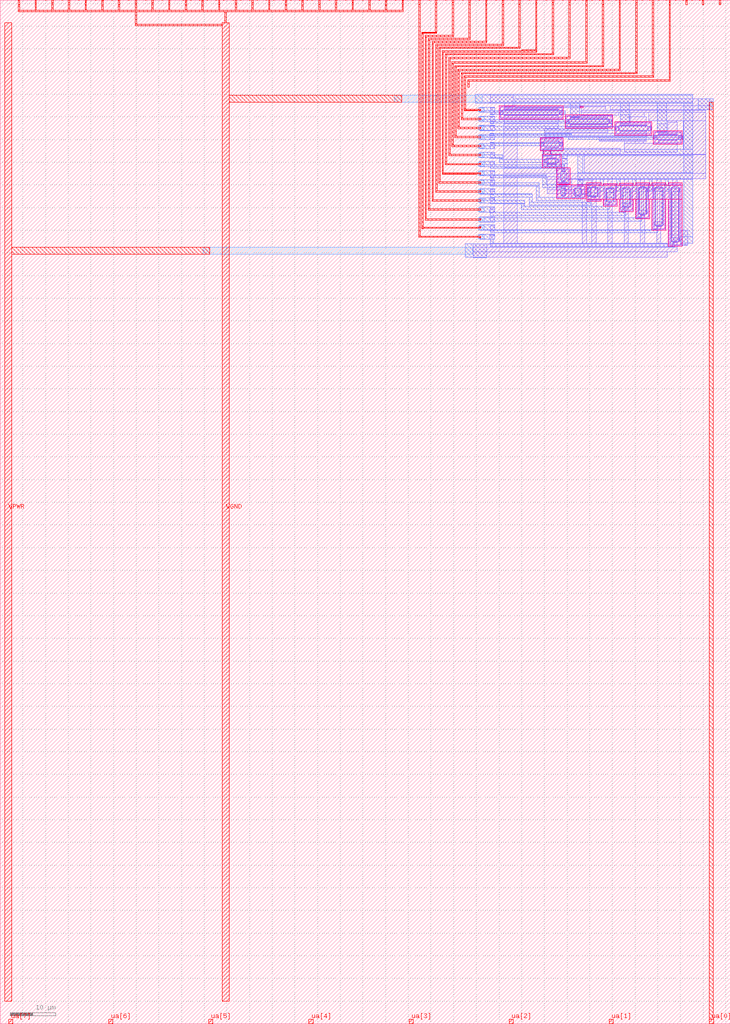
<source format=lef>
MACRO tt_um_rejunity_analog_dac_ay8913
  CLASS BLOCK ;
  FOREIGN tt_um_rejunity_analog_dac_ay8913 ;
  ORIGIN 0.000 0.000 ;
  SIZE 161.000 BY 225.760 ;
  PIN clk
    DIRECTION INPUT ;
    USE SIGNAL ;
    PORT
      LAYER met4 ;
        RECT 154.870 224.760 155.170 225.760 ;
    END
  END clk
  PIN ena
    DIRECTION INPUT ;
    USE SIGNAL ;
    PORT
      LAYER met4 ;
        RECT 158.550 224.760 158.850 225.760 ;
    END
  END ena
  PIN rst_n
    DIRECTION INPUT ;
    USE SIGNAL ;
    PORT
      LAYER met4 ;
        RECT 151.190 224.760 151.490 225.760 ;
    END
  END rst_n
  PIN ua[0]
    DIRECTION INOUT ;
    USE SIGNAL ;
    ANTENNADIFFAREA 13.148600 ;
    PORT
      LAYER met4 ;
        RECT 156.410 0.000 157.310 1.000 ;
    END
  END ua[0]
  PIN ua[1]
    DIRECTION INOUT ;
    USE SIGNAL ;
    PORT
      LAYER met4 ;
        RECT 134.330 0.000 135.230 1.000 ;
    END
  END ua[1]
  PIN ua[2]
    DIRECTION INOUT ;
    USE SIGNAL ;
    PORT
      LAYER met4 ;
        RECT 112.250 0.000 113.150 1.000 ;
    END
  END ua[2]
  PIN ua[3]
    DIRECTION INOUT ;
    USE SIGNAL ;
    PORT
      LAYER met4 ;
        RECT 90.170 0.000 91.070 1.000 ;
    END
  END ua[3]
  PIN ua[4]
    DIRECTION INOUT ;
    USE SIGNAL ;
    PORT
      LAYER met4 ;
        RECT 68.090 0.000 68.990 1.000 ;
    END
  END ua[4]
  PIN ua[5]
    DIRECTION INOUT ;
    USE SIGNAL ;
    PORT
      LAYER met4 ;
        RECT 46.010 0.000 46.910 1.000 ;
    END
  END ua[5]
  PIN ua[6]
    DIRECTION INOUT ;
    USE SIGNAL ;
    PORT
      LAYER met4 ;
        RECT 23.930 0.000 24.830 1.000 ;
    END
  END ua[6]
  PIN ua[7]
    DIRECTION INOUT ;
    USE SIGNAL ;
    PORT
      LAYER met4 ;
        RECT 1.850 0.000 2.750 1.000 ;
    END
  END ua[7]
  PIN ui_in[0]
    DIRECTION INPUT ;
    USE SIGNAL ;
    PORT
      LAYER met4 ;
        RECT 147.510 224.760 147.810 225.760 ;
    END
  END ui_in[0]
  PIN ui_in[1]
    DIRECTION INPUT ;
    USE SIGNAL ;
    ANTENNAGATEAREA 12.000000 ;
    PORT
      LAYER met4 ;
        RECT 143.830 224.760 144.130 225.760 ;
    END
  END ui_in[1]
  PIN ui_in[2]
    DIRECTION INPUT ;
    USE SIGNAL ;
    ANTENNAGATEAREA 8.480000 ;
    PORT
      LAYER met4 ;
        RECT 140.150 224.760 140.450 225.760 ;
    END
  END ui_in[2]
  PIN ui_in[3]
    DIRECTION INPUT ;
    USE SIGNAL ;
    ANTENNAGATEAREA 6.000000 ;
    PORT
      LAYER met4 ;
        RECT 136.470 224.760 136.770 225.760 ;
    END
  END ui_in[3]
  PIN ui_in[4]
    DIRECTION INPUT ;
    USE SIGNAL ;
    ANTENNAGATEAREA 4.240000 ;
    PORT
      LAYER met4 ;
        RECT 132.790 224.760 133.090 225.760 ;
    END
  END ui_in[4]
  PIN ui_in[5]
    DIRECTION INPUT ;
    USE SIGNAL ;
    ANTENNAGATEAREA 3.000000 ;
    PORT
      LAYER met4 ;
        RECT 129.110 224.760 129.410 225.760 ;
    END
  END ui_in[5]
  PIN ui_in[6]
    DIRECTION INPUT ;
    USE SIGNAL ;
    ANTENNAGATEAREA 2.120000 ;
    PORT
      LAYER met4 ;
        RECT 125.430 224.760 125.730 225.760 ;
    END
  END ui_in[6]
  PIN ui_in[7]
    DIRECTION INPUT ;
    USE SIGNAL ;
    ANTENNAGATEAREA 1.500000 ;
    PORT
      LAYER met4 ;
        RECT 121.750 224.760 122.050 225.760 ;
    END
  END ui_in[7]
  PIN uio_in[0]
    DIRECTION INPUT ;
    USE SIGNAL ;
    ANTENNAGATEAREA 1.000000 ;
    PORT
      LAYER met4 ;
        RECT 118.070 224.760 118.370 225.760 ;
    END
  END uio_in[0]
  PIN uio_in[1]
    DIRECTION INPUT ;
    USE SIGNAL ;
    ANTENNAGATEAREA 1.500000 ;
    PORT
      LAYER met4 ;
        RECT 114.390 224.760 114.690 225.760 ;
    END
  END uio_in[1]
  PIN uio_in[2]
    DIRECTION INPUT ;
    USE SIGNAL ;
    ANTENNAGATEAREA 2.120000 ;
    PORT
      LAYER met4 ;
        RECT 110.710 224.760 111.010 225.760 ;
    END
  END uio_in[2]
  PIN uio_in[3]
    DIRECTION INPUT ;
    USE SIGNAL ;
    ANTENNAGATEAREA 3.000000 ;
    PORT
      LAYER met4 ;
        RECT 107.030 224.760 107.330 225.760 ;
    END
  END uio_in[3]
  PIN uio_in[4]
    DIRECTION INPUT ;
    USE SIGNAL ;
    ANTENNAGATEAREA 4.240000 ;
    PORT
      LAYER met4 ;
        RECT 103.350 224.760 103.650 225.760 ;
    END
  END uio_in[4]
  PIN uio_in[5]
    DIRECTION INPUT ;
    USE SIGNAL ;
    ANTENNAGATEAREA 6.000000 ;
    PORT
      LAYER met4 ;
        RECT 99.670 224.760 99.970 225.760 ;
    END
  END uio_in[5]
  PIN uio_in[6]
    DIRECTION INPUT ;
    USE SIGNAL ;
    ANTENNAGATEAREA 8.480000 ;
    PORT
      LAYER met4 ;
        RECT 95.990 224.760 96.290 225.760 ;
    END
  END uio_in[6]
  PIN uio_in[7]
    DIRECTION INPUT ;
    USE SIGNAL ;
    ANTENNAGATEAREA 12.000000 ;
    PORT
      LAYER met4 ;
        RECT 92.310 224.760 92.610 225.760 ;
    END
  END uio_in[7]
  PIN uio_oe[0]
    DIRECTION OUTPUT ;
    USE SIGNAL ;
    ANTENNADIFFAREA 46.131199 ;
    PORT
      LAYER met4 ;
        RECT 29.750 224.760 30.050 225.760 ;
    END
  END uio_oe[0]
  PIN uio_oe[1]
    DIRECTION OUTPUT ;
    USE SIGNAL ;
    ANTENNADIFFAREA 46.131199 ;
    PORT
      LAYER met4 ;
        RECT 26.070 224.760 26.370 225.760 ;
    END
  END uio_oe[1]
  PIN uio_oe[2]
    DIRECTION OUTPUT ;
    USE SIGNAL ;
    ANTENNADIFFAREA 46.131199 ;
    PORT
      LAYER met4 ;
        RECT 22.390 224.760 22.690 225.760 ;
    END
  END uio_oe[2]
  PIN uio_oe[3]
    DIRECTION OUTPUT ;
    USE SIGNAL ;
    ANTENNADIFFAREA 46.131199 ;
    PORT
      LAYER met4 ;
        RECT 18.710 224.760 19.010 225.760 ;
    END
  END uio_oe[3]
  PIN uio_oe[4]
    DIRECTION OUTPUT ;
    USE SIGNAL ;
    ANTENNADIFFAREA 46.131199 ;
    PORT
      LAYER met4 ;
        RECT 15.030 224.760 15.330 225.760 ;
    END
  END uio_oe[4]
  PIN uio_oe[5]
    DIRECTION OUTPUT ;
    USE SIGNAL ;
    ANTENNADIFFAREA 46.131199 ;
    PORT
      LAYER met4 ;
        RECT 11.350 224.760 11.650 225.760 ;
    END
  END uio_oe[5]
  PIN uio_oe[6]
    DIRECTION OUTPUT ;
    USE SIGNAL ;
    ANTENNADIFFAREA 46.131199 ;
    PORT
      LAYER met4 ;
        RECT 7.670 224.760 7.970 225.760 ;
    END
  END uio_oe[6]
  PIN uio_oe[7]
    DIRECTION OUTPUT ;
    USE SIGNAL ;
    ANTENNADIFFAREA 46.131199 ;
    PORT
      LAYER met4 ;
        RECT 3.990 224.760 4.290 225.760 ;
    END
  END uio_oe[7]
  PIN uio_out[0]
    DIRECTION OUTPUT ;
    USE SIGNAL ;
    ANTENNADIFFAREA 46.131199 ;
    PORT
      LAYER met4 ;
        RECT 59.190 224.760 59.490 225.760 ;
    END
  END uio_out[0]
  PIN uio_out[1]
    DIRECTION OUTPUT ;
    USE SIGNAL ;
    ANTENNADIFFAREA 46.131199 ;
    PORT
      LAYER met4 ;
        RECT 55.510 224.760 55.810 225.760 ;
    END
  END uio_out[1]
  PIN uio_out[2]
    DIRECTION OUTPUT ;
    USE SIGNAL ;
    ANTENNADIFFAREA 46.131199 ;
    PORT
      LAYER met4 ;
        RECT 51.830 224.760 52.130 225.760 ;
    END
  END uio_out[2]
  PIN uio_out[3]
    DIRECTION OUTPUT ;
    USE SIGNAL ;
    ANTENNADIFFAREA 46.131199 ;
    PORT
      LAYER met4 ;
        RECT 48.150 224.760 48.450 225.760 ;
    END
  END uio_out[3]
  PIN uio_out[4]
    DIRECTION OUTPUT ;
    USE SIGNAL ;
    ANTENNADIFFAREA 46.131199 ;
    PORT
      LAYER met4 ;
        RECT 44.470 224.760 44.770 225.760 ;
    END
  END uio_out[4]
  PIN uio_out[5]
    DIRECTION OUTPUT ;
    USE SIGNAL ;
    ANTENNADIFFAREA 46.131199 ;
    PORT
      LAYER met4 ;
        RECT 40.790 224.760 41.090 225.760 ;
    END
  END uio_out[5]
  PIN uio_out[6]
    DIRECTION OUTPUT ;
    USE SIGNAL ;
    ANTENNADIFFAREA 46.131199 ;
    PORT
      LAYER met4 ;
        RECT 37.110 224.760 37.410 225.760 ;
    END
  END uio_out[6]
  PIN uio_out[7]
    DIRECTION OUTPUT ;
    USE SIGNAL ;
    ANTENNADIFFAREA 46.131199 ;
    PORT
      LAYER met4 ;
        RECT 33.430 224.760 33.730 225.760 ;
    END
  END uio_out[7]
  PIN uo_out[0]
    DIRECTION OUTPUT ;
    USE SIGNAL ;
    ANTENNADIFFAREA 46.131199 ;
    PORT
      LAYER met4 ;
        RECT 88.630 224.760 88.930 225.760 ;
    END
  END uo_out[0]
  PIN uo_out[1]
    DIRECTION OUTPUT ;
    USE SIGNAL ;
    ANTENNADIFFAREA 46.131199 ;
    PORT
      LAYER met4 ;
        RECT 84.950 224.760 85.250 225.760 ;
    END
  END uo_out[1]
  PIN uo_out[2]
    DIRECTION OUTPUT ;
    USE SIGNAL ;
    ANTENNADIFFAREA 46.131199 ;
    PORT
      LAYER met4 ;
        RECT 81.270 224.760 81.570 225.760 ;
    END
  END uo_out[2]
  PIN uo_out[3]
    DIRECTION OUTPUT ;
    USE SIGNAL ;
    ANTENNADIFFAREA 46.131199 ;
    PORT
      LAYER met4 ;
        RECT 77.590 224.760 77.890 225.760 ;
    END
  END uo_out[3]
  PIN uo_out[4]
    DIRECTION OUTPUT ;
    USE SIGNAL ;
    ANTENNADIFFAREA 46.131199 ;
    PORT
      LAYER met4 ;
        RECT 73.910 224.760 74.210 225.760 ;
    END
  END uo_out[4]
  PIN uo_out[5]
    DIRECTION OUTPUT ;
    USE SIGNAL ;
    ANTENNADIFFAREA 46.131199 ;
    PORT
      LAYER met4 ;
        RECT 70.230 224.760 70.530 225.760 ;
    END
  END uo_out[5]
  PIN uo_out[6]
    DIRECTION OUTPUT ;
    USE SIGNAL ;
    ANTENNADIFFAREA 46.131199 ;
    PORT
      LAYER met4 ;
        RECT 66.550 224.760 66.850 225.760 ;
    END
  END uo_out[6]
  PIN uo_out[7]
    DIRECTION OUTPUT ;
    USE SIGNAL ;
    ANTENNADIFFAREA 46.131199 ;
    PORT
      LAYER met4 ;
        RECT 62.870 224.760 63.170 225.760 ;
    END
  END uo_out[7]
  PIN VPWR
    DIRECTION INOUT ;
    USE POWER ;
    PORT
      LAYER met4 ;
        RECT 1.000 5.000 2.500 220.760 ;
    END
  END VPWR
  PIN VGND
    DIRECTION INOUT ;
    USE GROUND ;
    PORT
      LAYER met4 ;
        RECT 49.000 5.000 50.500 220.760 ;
    END
  END VGND
  OBS
      LAYER pwell ;
        RECT 110.055 199.500 124.155 202.460 ;
        RECT 127.955 202.000 128.555 202.300 ;
        RECT 124.555 197.500 135.135 200.460 ;
        RECT 135.555 196.000 143.655 198.960 ;
        RECT 119.055 192.500 124.155 195.460 ;
        RECT 144.055 194.000 150.395 196.960 ;
        RECT 119.905 191.760 121.355 192.500 ;
        RECT 119.505 188.800 123.725 191.760 ;
        RECT 122.705 185.150 125.665 188.750 ;
        RECT 122.705 181.950 129.115 185.050 ;
        RECT 129.405 184.930 132.505 185.480 ;
        RECT 132.955 184.930 136.055 185.310 ;
        RECT 136.535 184.930 139.635 185.340 ;
        RECT 140.115 184.930 143.215 185.470 ;
        RECT 143.695 184.930 146.795 185.450 ;
        RECT 147.275 184.930 150.375 185.440 ;
        RECT 129.405 181.860 150.375 184.930 ;
        RECT 129.405 181.400 132.505 181.860 ;
        RECT 132.955 180.350 136.055 181.860 ;
        RECT 136.535 179.140 139.635 181.860 ;
        RECT 140.115 177.510 143.215 181.860 ;
        RECT 143.695 175.010 146.795 181.860 ;
        RECT 147.275 171.480 150.375 181.860 ;
      LAYER li1 ;
        RECT 111.255 202.280 113.055 202.300 ;
        RECT 110.235 202.110 123.975 202.280 ;
        RECT 110.235 199.850 110.405 202.110 ;
        RECT 111.255 202.100 113.055 202.110 ;
        RECT 111.085 201.540 123.125 201.710 ;
        RECT 110.745 200.480 110.915 201.480 ;
        RECT 123.295 200.480 123.465 201.480 ;
        RECT 111.085 200.250 123.125 200.420 ;
        RECT 123.805 199.850 123.975 202.110 ;
        RECT 125.855 200.280 127.655 200.300 ;
        RECT 110.235 199.680 123.975 199.850 ;
        RECT 124.735 200.110 134.955 200.280 ;
        RECT 124.735 197.850 124.905 200.110 ;
        RECT 125.855 200.100 127.655 200.110 ;
        RECT 125.585 199.540 134.105 199.710 ;
        RECT 125.245 198.480 125.415 199.480 ;
        RECT 134.275 198.480 134.445 199.480 ;
        RECT 125.585 198.250 134.105 198.420 ;
        RECT 134.785 197.850 134.955 200.110 ;
        RECT 136.855 198.780 138.755 198.800 ;
        RECT 124.735 197.680 134.955 197.850 ;
        RECT 135.735 198.610 143.475 198.780 ;
        RECT 135.735 196.350 135.905 198.610 ;
        RECT 136.855 198.600 138.755 198.610 ;
        RECT 136.585 198.040 142.625 198.210 ;
        RECT 136.245 196.980 136.415 197.980 ;
        RECT 142.795 196.980 142.965 197.980 ;
        RECT 136.585 196.750 142.625 196.920 ;
        RECT 143.305 196.350 143.475 198.610 ;
        RECT 145.055 196.780 146.855 196.800 ;
        RECT 135.735 196.180 143.475 196.350 ;
        RECT 144.235 196.610 150.215 196.780 ;
        RECT 119.235 195.110 123.975 195.280 ;
        RECT 119.235 192.850 119.405 195.110 ;
        RECT 120.085 194.540 123.125 194.710 ;
        RECT 119.745 193.480 119.915 194.480 ;
        RECT 123.295 193.480 123.465 194.480 ;
        RECT 120.085 193.250 123.125 193.420 ;
        RECT 123.805 192.850 123.975 195.110 ;
        RECT 144.235 194.350 144.405 196.610 ;
        RECT 145.055 196.600 146.855 196.610 ;
        RECT 145.085 196.040 149.365 196.210 ;
        RECT 144.745 194.980 144.915 195.980 ;
        RECT 149.535 194.980 149.705 195.980 ;
        RECT 145.085 194.750 149.365 194.920 ;
        RECT 150.045 194.350 150.215 196.610 ;
        RECT 144.235 194.180 150.215 194.350 ;
        RECT 119.235 192.680 123.975 192.850 ;
        RECT 119.755 192.650 121.305 192.680 ;
        RECT 120.155 191.580 121.305 191.600 ;
        RECT 119.685 191.410 123.545 191.580 ;
        RECT 119.685 189.150 119.855 191.410 ;
        RECT 120.155 191.400 121.305 191.410 ;
        RECT 120.535 190.840 122.695 191.010 ;
        RECT 120.195 189.780 120.365 190.780 ;
        RECT 122.865 189.780 123.035 190.780 ;
        RECT 120.535 189.550 122.695 189.720 ;
        RECT 123.375 189.150 123.545 191.410 ;
        RECT 119.685 188.980 123.545 189.150 ;
        RECT 123.905 188.570 124.955 188.600 ;
        RECT 122.885 188.400 125.485 188.570 ;
        RECT 122.885 185.500 123.055 188.400 ;
        RECT 123.685 187.890 124.685 188.060 ;
        RECT 123.455 186.180 123.625 187.720 ;
        RECT 124.745 186.180 124.915 187.720 ;
        RECT 123.685 185.840 124.685 186.010 ;
        RECT 125.315 185.500 125.485 188.400 ;
        RECT 122.885 185.330 125.485 185.500 ;
        RECT 123.405 185.300 124.955 185.330 ;
        RECT 129.585 185.130 132.325 185.300 ;
        RECT 123.405 184.870 124.955 184.900 ;
        RECT 127.355 184.870 128.455 184.950 ;
        RECT 122.885 184.700 125.485 184.870 ;
        RECT 122.885 182.300 123.055 184.700 ;
        RECT 123.685 184.190 124.685 184.360 ;
        RECT 123.455 182.980 123.625 184.020 ;
        RECT 124.745 182.980 124.915 184.020 ;
        RECT 123.685 182.640 124.685 182.810 ;
        RECT 125.315 182.300 125.485 184.700 ;
        RECT 122.885 182.130 125.485 182.300 ;
        RECT 125.835 184.700 128.935 184.870 ;
        RECT 129.585 184.850 129.755 185.130 ;
        RECT 129.955 185.050 130.405 185.130 ;
        RECT 125.835 182.300 126.005 184.700 ;
        RECT 126.635 184.190 128.135 184.360 ;
        RECT 126.405 182.980 126.575 184.020 ;
        RECT 128.195 182.980 128.365 184.020 ;
        RECT 126.635 182.640 128.135 182.810 ;
        RECT 128.765 182.300 128.935 184.700 ;
        RECT 129.505 184.450 129.755 184.850 ;
        RECT 130.435 184.560 131.475 184.730 ;
        RECT 125.835 182.130 128.935 182.300 ;
        RECT 129.585 181.750 129.755 184.450 ;
        RECT 130.095 182.380 130.265 184.500 ;
        RECT 131.645 182.380 131.815 184.500 ;
        RECT 130.435 182.150 131.475 182.320 ;
        RECT 132.155 181.750 132.325 185.130 ;
        RECT 129.585 181.580 132.325 181.750 ;
        RECT 133.135 184.960 135.875 185.130 ;
        RECT 133.135 180.700 133.305 184.960 ;
        RECT 135.705 184.820 135.875 184.960 ;
        RECT 136.715 184.990 139.455 185.160 ;
        RECT 133.985 184.390 135.025 184.560 ;
        RECT 133.645 181.330 133.815 184.330 ;
        RECT 135.195 181.330 135.365 184.330 ;
        RECT 135.705 182.060 135.905 184.820 ;
        RECT 133.985 181.100 135.025 181.270 ;
        RECT 135.705 180.700 135.875 182.060 ;
        RECT 133.135 180.530 135.875 180.700 ;
        RECT 136.715 179.490 136.885 184.990 ;
        RECT 139.285 184.820 139.455 184.990 ;
        RECT 140.295 185.120 143.035 185.290 ;
        RECT 137.565 184.420 138.605 184.590 ;
        RECT 137.225 180.120 137.395 184.360 ;
        RECT 138.775 180.120 138.945 184.360 ;
        RECT 139.285 182.060 139.485 184.820 ;
        RECT 137.565 179.890 138.605 180.060 ;
        RECT 139.285 179.490 139.455 182.060 ;
        RECT 136.715 179.320 139.455 179.490 ;
        RECT 140.295 177.860 140.465 185.120 ;
        RECT 142.865 184.820 143.035 185.120 ;
        RECT 143.875 185.100 146.615 185.270 ;
        RECT 141.145 184.550 142.185 184.720 ;
        RECT 140.805 178.490 140.975 184.490 ;
        RECT 142.355 178.490 142.525 184.490 ;
        RECT 142.865 182.060 143.065 184.820 ;
        RECT 141.145 178.260 142.185 178.430 ;
        RECT 142.865 177.860 143.035 182.060 ;
        RECT 140.295 177.690 143.035 177.860 ;
        RECT 143.875 175.360 144.045 185.100 ;
        RECT 146.445 184.820 146.615 185.100 ;
        RECT 147.455 185.090 150.195 185.260 ;
        RECT 144.725 184.530 145.765 184.700 ;
        RECT 144.385 175.990 144.555 184.470 ;
        RECT 145.935 175.990 146.105 184.470 ;
        RECT 146.445 182.060 146.645 184.820 ;
        RECT 144.725 175.760 145.765 175.930 ;
        RECT 146.445 175.360 146.615 182.060 ;
        RECT 143.875 175.190 146.615 175.360 ;
        RECT 147.455 171.830 147.625 185.090 ;
        RECT 148.305 184.520 149.345 184.690 ;
        RECT 147.965 172.460 148.135 184.460 ;
        RECT 149.515 172.460 149.685 184.460 ;
        RECT 150.025 174.900 150.195 185.090 ;
        RECT 148.305 172.230 149.345 172.400 ;
        RECT 150.005 172.150 150.205 174.900 ;
        RECT 150.025 171.830 150.195 172.150 ;
        RECT 147.455 171.660 150.195 171.830 ;
      LAYER met1 ;
        RECT 111.155 205.000 113.155 205.030 ;
        RECT 108.055 203.000 113.155 205.000 ;
        RECT 154.045 204.000 156.445 204.030 ;
        RECT 111.155 202.000 113.155 203.000 ;
        RECT 113.455 202.500 156.445 204.000 ;
        RECT 113.455 202.200 133.555 202.500 ;
        RECT 113.455 202.000 125.455 202.200 ;
        RECT 108.055 201.400 109.055 202.000 ;
        RECT 113.455 201.815 123.055 202.000 ;
        RECT 111.165 201.740 123.055 201.815 ;
        RECT 111.105 201.510 123.105 201.740 ;
        RECT 110.715 201.430 110.945 201.460 ;
        RECT 108.040 201.000 109.055 201.400 ;
        RECT 108.040 200.550 108.950 201.000 ;
        RECT 110.090 200.520 110.945 201.430 ;
        RECT 110.715 200.500 110.945 200.520 ;
        RECT 123.265 201.430 123.495 201.460 ;
        RECT 123.265 200.520 124.140 201.430 ;
        RECT 123.265 200.500 123.495 200.520 ;
        RECT 111.105 200.220 123.105 200.450 ;
        RECT 108.055 199.000 109.055 200.000 ;
        RECT 108.055 198.530 108.895 199.000 ;
        RECT 111.165 198.500 123.045 200.220 ;
        RECT 125.725 200.000 127.785 202.000 ;
        RECT 128.155 201.500 133.555 202.200 ;
        RECT 134.555 201.570 156.445 202.500 ;
        RECT 134.555 201.500 155.555 201.570 ;
        RECT 128.155 201.000 155.555 201.500 ;
        RECT 128.155 200.400 136.455 201.000 ;
        RECT 128.155 199.800 134.015 200.400 ;
        RECT 125.665 199.740 134.015 199.800 ;
        RECT 125.605 199.510 134.085 199.740 ;
        RECT 125.215 199.430 125.445 199.460 ;
        RECT 134.245 199.430 134.475 199.460 ;
        RECT 124.585 198.530 125.445 199.430 ;
        RECT 134.215 198.530 135.055 199.430 ;
        RECT 125.215 198.500 125.445 198.530 ;
        RECT 134.245 198.500 134.475 198.530 ;
        RECT 136.725 198.500 138.785 200.500 ;
        RECT 139.055 200.000 142.055 201.000 ;
        RECT 108.055 197.000 109.055 198.000 ;
        RECT 111.055 197.520 123.045 198.500 ;
        RECT 125.605 198.220 134.085 198.450 ;
        RECT 139.055 198.300 142.515 200.000 ;
        RECT 143.055 199.100 155.555 201.000 ;
        RECT 147.255 198.790 149.255 199.100 ;
        RECT 136.685 198.240 142.515 198.300 ;
        RECT 108.000 196.000 108.870 196.315 ;
        RECT 108.000 195.505 109.055 196.000 ;
        RECT 108.055 195.000 109.055 195.505 ;
        RECT 108.050 194.000 108.860 194.350 ;
        RECT 108.050 193.600 109.055 194.000 ;
        RECT 108.055 193.000 109.055 193.600 ;
        RECT 108.055 191.705 109.055 192.000 ;
        RECT 108.030 191.000 109.055 191.705 ;
        RECT 108.030 190.895 108.780 191.000 ;
        RECT 108.055 189.000 109.055 190.000 ;
        RECT 108.130 188.670 108.880 189.000 ;
        RECT 111.055 188.750 114.055 197.520 ;
        RECT 120.115 197.400 123.045 197.520 ;
        RECT 125.665 197.400 134.015 198.220 ;
        RECT 136.605 198.010 142.605 198.240 ;
        RECT 136.215 197.920 136.445 197.960 ;
        RECT 142.765 197.920 142.995 197.960 ;
        RECT 120.115 196.650 134.015 197.400 ;
        RECT 135.665 197.040 136.485 197.920 ;
        RECT 142.765 197.040 143.615 197.920 ;
        RECT 136.215 197.000 136.445 197.040 ;
        RECT 142.765 197.000 142.995 197.040 ;
        RECT 136.605 196.720 142.605 196.950 ;
        RECT 120.115 196.400 133.955 196.650 ;
        RECT 136.685 196.400 142.515 196.720 ;
        RECT 144.925 196.500 146.985 198.500 ;
        RECT 120.115 195.600 142.515 196.400 ;
        RECT 147.255 196.300 149.265 198.790 ;
        RECT 145.185 196.240 149.265 196.300 ;
        RECT 145.105 196.010 149.345 196.240 ;
        RECT 144.715 195.910 144.945 195.960 ;
        RECT 120.115 194.740 123.045 195.600 ;
        RECT 132.155 194.840 142.515 195.600 ;
        RECT 144.110 195.040 144.945 195.910 ;
        RECT 144.715 195.000 144.945 195.040 ;
        RECT 149.505 195.910 149.735 195.960 ;
        RECT 149.505 195.040 150.320 195.910 ;
        RECT 149.505 195.000 149.735 195.040 ;
        RECT 120.105 194.510 123.105 194.740 ;
        RECT 132.155 194.600 142.455 194.840 ;
        RECT 145.105 194.720 149.345 194.950 ;
        RECT 119.715 194.380 119.945 194.460 ;
        RECT 119.180 193.570 119.945 194.380 ;
        RECT 119.715 193.500 119.945 193.570 ;
        RECT 123.265 194.380 123.495 194.460 ;
        RECT 123.265 193.570 124.080 194.380 ;
        RECT 137.675 194.190 141.935 194.600 ;
        RECT 145.185 194.190 149.265 194.720 ;
        RECT 123.265 193.500 123.495 193.570 ;
        RECT 120.105 193.220 123.105 193.450 ;
        RECT 121.555 193.050 123.055 193.220 ;
        RECT 119.655 191.300 121.405 193.000 ;
        RECT 121.555 191.800 136.705 193.050 ;
        RECT 137.675 192.200 149.265 194.190 ;
        RECT 150.655 191.800 155.555 199.100 ;
        RECT 121.555 191.700 155.555 191.800 ;
        RECT 121.555 191.040 122.605 191.700 ;
        RECT 122.785 191.680 155.555 191.700 ;
        RECT 120.555 190.810 122.675 191.040 ;
        RECT 123.955 190.800 125.055 190.850 ;
        RECT 120.165 190.630 120.395 190.760 ;
        RECT 122.835 190.630 123.065 190.760 ;
        RECT 120.135 190.600 120.780 190.630 ;
        RECT 120.105 189.955 120.810 190.600 ;
        RECT 120.135 189.925 120.780 189.955 ;
        RECT 122.430 189.925 123.075 190.630 ;
        RECT 120.165 189.800 120.395 189.925 ;
        RECT 122.835 189.800 123.065 189.925 ;
        RECT 120.555 189.520 122.675 189.750 ;
        RECT 123.925 189.700 125.085 190.800 ;
        RECT 120.605 188.750 122.605 189.520 ;
        RECT 108.055 187.000 109.055 188.000 ;
        RECT 111.055 187.600 122.605 188.750 ;
        RECT 123.805 188.350 125.055 189.700 ;
        RECT 123.805 188.090 124.505 188.120 ;
        RECT 123.705 187.860 124.665 188.090 ;
        RECT 123.425 187.600 123.655 187.700 ;
        RECT 108.130 186.520 108.880 187.000 ;
        RECT 111.055 186.750 123.655 187.600 ;
        RECT 123.805 187.480 124.505 187.860 ;
        RECT 124.715 187.600 124.945 187.700 ;
        RECT 128.805 187.600 155.555 191.680 ;
        RECT 108.055 185.000 109.055 186.000 ;
        RECT 108.080 184.670 108.830 185.000 ;
        RECT 108.055 183.625 109.055 184.000 ;
        RECT 108.050 183.000 109.055 183.625 ;
        RECT 108.050 182.875 108.860 183.000 ;
        RECT 108.055 181.000 109.055 182.000 ;
        RECT 108.080 180.795 108.830 181.000 ;
        RECT 108.055 179.625 109.055 180.000 ;
        RECT 108.000 179.000 109.055 179.625 ;
        RECT 108.000 178.875 108.810 179.000 ;
        RECT 108.055 177.760 109.055 178.000 ;
        RECT 108.030 177.000 109.055 177.760 ;
        RECT 108.030 176.950 108.780 177.000 ;
        RECT 108.055 175.000 109.055 176.000 ;
        RECT 108.100 174.825 108.910 175.000 ;
        RECT 108.055 173.825 109.055 174.000 ;
        RECT 108.000 173.075 109.055 173.825 ;
        RECT 108.055 173.000 109.055 173.075 ;
        RECT 111.055 172.000 114.055 186.750 ;
        RECT 120.605 186.300 123.655 186.750 ;
        RECT 123.835 186.370 124.475 187.480 ;
        RECT 120.605 183.900 122.605 186.300 ;
        RECT 123.425 186.200 123.655 186.300 ;
        RECT 123.805 186.040 124.505 186.370 ;
        RECT 124.715 186.310 155.555 187.600 ;
        RECT 124.715 186.300 150.575 186.310 ;
        RECT 124.715 186.200 124.945 186.300 ;
        RECT 123.705 185.810 124.665 186.040 ;
        RECT 123.805 185.730 124.505 185.810 ;
        RECT 123.305 184.650 125.055 185.550 ;
        RECT 123.850 184.390 124.565 184.425 ;
        RECT 123.705 184.160 124.665 184.390 ;
        RECT 123.425 183.900 123.655 184.000 ;
        RECT 120.605 183.100 123.655 183.900 ;
        RECT 123.850 183.770 124.565 184.160 ;
        RECT 124.715 183.900 124.945 184.000 ;
        RECT 125.255 183.900 126.030 186.300 ;
        RECT 127.325 186.000 128.485 186.150 ;
        RECT 127.325 185.100 130.505 186.000 ;
        RECT 127.305 185.000 130.505 185.100 ;
        RECT 127.305 184.650 128.505 185.000 ;
        RECT 127.230 184.390 127.980 184.405 ;
        RECT 129.405 184.400 129.855 185.000 ;
        RECT 130.655 184.760 131.455 186.300 ;
        RECT 132.155 184.920 133.305 184.930 ;
        RECT 132.115 184.910 133.355 184.920 ;
        RECT 126.655 184.160 128.115 184.390 ;
        RECT 130.065 184.225 130.295 184.480 ;
        RECT 130.455 184.450 131.455 184.760 ;
        RECT 131.615 184.255 131.845 184.480 ;
        RECT 126.375 183.900 126.605 184.000 ;
        RECT 123.425 183.000 123.655 183.100 ;
        RECT 123.850 182.840 124.565 183.230 ;
        RECT 124.715 183.050 126.755 183.900 ;
        RECT 127.230 183.595 127.980 184.160 ;
        RECT 124.715 183.000 124.945 183.050 ;
        RECT 126.375 183.000 126.605 183.050 ;
        RECT 126.950 182.840 127.760 183.225 ;
        RECT 128.165 183.000 129.305 184.000 ;
        RECT 129.500 183.475 130.310 184.225 ;
        RECT 128.255 182.950 129.305 183.000 ;
        RECT 123.705 182.610 124.665 182.840 ;
        RECT 126.655 182.610 128.115 182.840 ;
        RECT 123.850 182.575 124.565 182.610 ;
        RECT 126.950 182.475 127.760 182.610 ;
        RECT 128.405 181.210 129.305 182.950 ;
        RECT 129.530 182.395 130.310 183.475 ;
        RECT 131.130 182.500 131.865 184.255 ;
        RECT 131.615 182.400 131.845 182.500 ;
        RECT 128.395 172.000 129.395 181.210 ;
        RECT 130.455 172.000 131.455 182.350 ;
        RECT 132.085 181.860 133.355 184.910 ;
        RECT 133.975 184.390 135.015 186.300 ;
        RECT 136.255 186.280 138.585 186.300 ;
        RECT 135.735 184.920 136.885 184.930 ;
        RECT 135.695 184.910 136.935 184.920 ;
        RECT 134.005 184.360 135.005 184.390 ;
        RECT 133.615 184.105 133.845 184.310 ;
        RECT 135.165 184.135 135.395 184.310 ;
        RECT 133.540 183.355 134.350 184.105 ;
        RECT 133.615 181.350 133.845 183.355 ;
        RECT 134.670 183.325 135.420 184.135 ;
        RECT 135.165 181.350 135.395 183.325 ;
        RECT 135.665 181.860 136.935 184.910 ;
        RECT 137.585 184.390 138.585 186.280 ;
        RECT 139.315 184.920 140.465 184.930 ;
        RECT 139.275 184.910 140.515 184.920 ;
        RECT 137.195 184.165 137.425 184.340 ;
        RECT 138.745 184.195 138.975 184.340 ;
        RECT 137.145 183.415 137.955 184.165 ;
        RECT 134.005 181.250 135.005 181.300 ;
        RECT 134.005 172.000 135.015 181.250 ;
        RECT 137.195 181.065 137.425 183.415 ;
        RECT 138.280 183.385 139.030 184.195 ;
        RECT 137.150 180.315 137.960 181.065 ;
        RECT 138.745 180.985 138.975 183.385 ;
        RECT 139.245 181.860 140.515 184.910 ;
        RECT 141.155 184.750 142.155 186.300 ;
        RECT 142.895 184.920 144.045 184.930 ;
        RECT 142.855 184.910 144.095 184.920 ;
        RECT 141.155 184.550 142.165 184.750 ;
        RECT 141.165 184.520 142.165 184.550 ;
        RECT 140.775 184.295 141.005 184.470 ;
        RECT 142.325 184.325 142.555 184.470 ;
        RECT 140.705 183.545 141.515 184.295 ;
        RECT 137.195 180.140 137.425 180.315 ;
        RECT 138.250 180.235 139.060 180.985 ;
        RECT 138.745 180.140 138.975 180.235 ;
        RECT 137.585 179.860 138.585 180.090 ;
        RECT 137.595 172.000 138.525 179.860 ;
        RECT 140.775 179.455 141.005 183.545 ;
        RECT 141.860 183.515 142.610 184.325 ;
        RECT 140.740 178.645 141.490 179.455 ;
        RECT 142.325 179.425 142.555 183.515 ;
        RECT 142.825 181.860 144.095 184.910 ;
        RECT 144.755 184.730 145.755 186.300 ;
        RECT 146.475 184.920 147.625 184.930 ;
        RECT 146.435 184.910 147.675 184.920 ;
        RECT 144.745 184.540 145.755 184.730 ;
        RECT 144.745 184.500 145.745 184.540 ;
        RECT 144.355 184.315 144.585 184.450 ;
        RECT 145.905 184.345 146.135 184.450 ;
        RECT 144.265 183.565 145.075 184.315 ;
        RECT 141.830 178.675 142.640 179.425 ;
        RECT 140.775 178.510 141.005 178.645 ;
        RECT 142.325 178.510 142.555 178.675 ;
        RECT 141.175 178.460 142.105 178.480 ;
        RECT 141.165 178.230 142.165 178.460 ;
        RECT 141.175 172.000 142.105 178.230 ;
        RECT 144.355 176.925 144.585 183.565 ;
        RECT 145.430 183.535 146.180 184.345 ;
        RECT 144.310 176.115 145.060 176.925 ;
        RECT 145.905 176.895 146.135 183.535 ;
        RECT 146.405 181.860 147.675 184.910 ;
        RECT 148.315 184.720 149.315 186.300 ;
        RECT 148.315 184.510 149.325 184.720 ;
        RECT 148.325 184.490 149.325 184.510 ;
        RECT 147.935 184.285 148.165 184.440 ;
        RECT 149.485 184.315 149.715 184.440 ;
        RECT 147.865 183.535 148.675 184.285 ;
        RECT 145.400 176.145 146.210 176.895 ;
        RECT 144.355 176.010 144.585 176.115 ;
        RECT 145.905 176.010 146.135 176.145 ;
        RECT 144.745 175.730 145.745 175.960 ;
        RECT 144.755 172.000 145.685 175.730 ;
        RECT 147.935 173.405 148.165 183.535 ;
        RECT 149.030 183.505 149.780 184.315 ;
        RECT 147.900 172.595 148.650 173.405 ;
        RECT 149.485 173.375 149.715 183.505 ;
        RECT 149.000 172.625 149.810 173.375 ;
        RECT 147.935 172.480 148.165 172.595 ;
        RECT 149.485 172.480 149.715 172.625 ;
        RECT 148.325 172.200 149.325 172.430 ;
        RECT 104.270 171.280 147.055 172.000 ;
        RECT 148.335 171.280 149.315 172.200 ;
        RECT 149.955 171.850 151.605 175.000 ;
        RECT 150.205 171.700 151.605 171.850 ;
        RECT 104.270 170.260 149.315 171.280 ;
        RECT 104.270 169.000 147.055 170.260 ;
      LAYER met2 ;
        RECT 104.800 204.770 152.765 205.000 ;
        RECT 104.775 204.750 152.765 204.770 ;
        RECT 104.750 203.250 152.765 204.750 ;
        RECT 104.775 203.230 152.765 203.250 ;
        RECT 104.800 203.000 152.765 203.230 ;
        RECT 105.755 201.400 109.065 202.170 ;
        RECT 105.755 200.975 124.610 201.400 ;
        RECT 108.070 200.550 124.610 200.975 ;
        RECT 108.070 200.520 108.920 200.550 ;
        RECT 105.755 199.400 109.075 200.170 ;
        RECT 125.755 199.970 127.755 203.000 ;
        RECT 105.755 198.975 135.090 199.400 ;
        RECT 108.025 198.560 135.090 198.975 ;
        RECT 136.755 198.470 138.755 203.000 ;
        RECT 105.755 197.890 109.035 198.170 ;
        RECT 105.755 197.070 143.735 197.890 ;
        RECT 105.755 196.975 109.035 197.070 ;
        RECT 144.955 196.470 146.955 203.000 ;
        RECT 108.030 196.315 108.840 196.345 ;
        RECT 108.030 196.170 126.040 196.315 ;
        RECT 105.755 195.880 126.040 196.170 ;
        RECT 105.755 195.505 150.480 195.880 ;
        RECT 105.755 194.975 109.075 195.505 ;
        RECT 125.230 195.070 150.480 195.505 ;
        RECT 108.080 194.350 108.830 194.380 ;
        RECT 108.080 194.170 124.110 194.350 ;
        RECT 105.755 193.600 124.110 194.170 ;
        RECT 105.755 192.975 109.065 193.600 ;
        RECT 150.765 192.850 152.765 203.000 ;
        RECT 153.900 201.600 157.300 204.000 ;
        RECT 105.755 191.675 109.095 192.170 ;
        RECT 105.755 190.975 110.780 191.675 ;
        RECT 119.775 191.450 152.765 192.850 ;
        RECT 108.000 190.925 110.780 190.975 ;
        RECT 110.030 190.650 110.780 190.925 ;
        RECT 105.755 189.450 109.105 190.170 ;
        RECT 110.030 189.900 123.230 190.650 ;
        RECT 123.955 189.670 125.055 191.450 ;
        RECT 105.755 188.975 124.480 189.450 ;
        RECT 108.055 188.700 124.480 188.975 ;
        RECT 105.755 187.300 109.095 188.170 ;
        RECT 105.755 186.975 120.430 187.300 ;
        RECT 108.055 186.550 120.430 186.975 ;
        RECT 105.755 185.450 109.075 186.170 ;
        RECT 105.755 184.975 118.930 185.450 ;
        RECT 108.050 184.700 118.930 184.975 ;
        RECT 105.755 183.075 109.075 184.170 ;
        RECT 105.755 182.975 117.380 183.075 ;
        RECT 108.055 182.325 117.380 182.975 ;
        RECT 105.755 181.575 109.085 182.170 ;
        RECT 105.755 180.975 115.680 181.575 ;
        RECT 108.050 180.825 115.680 180.975 ;
        RECT 114.930 180.250 115.680 180.825 ;
        RECT 116.630 181.225 117.380 182.325 ;
        RECT 118.180 182.275 118.930 184.700 ;
        RECT 119.680 185.175 120.430 186.550 ;
        RECT 123.835 185.700 124.475 188.700 ;
        RECT 127.355 187.680 128.455 191.450 ;
        RECT 150.755 187.680 152.765 191.450 ;
        RECT 127.355 186.280 152.765 187.680 ;
        RECT 119.680 184.425 124.580 185.175 ;
        RECT 127.355 185.020 128.455 186.280 ;
        RECT 119.680 184.400 120.430 184.425 ;
        RECT 123.880 182.545 124.535 184.425 ;
        RECT 126.780 182.275 128.030 184.375 ;
        RECT 129.530 183.275 131.865 184.325 ;
        RECT 132.355 183.575 133.105 186.280 ;
        RECT 133.555 184.105 135.440 184.245 ;
        RECT 129.500 182.625 131.865 183.275 ;
        RECT 118.180 181.525 128.030 182.275 ;
        RECT 129.530 182.550 131.865 182.625 ;
        RECT 133.555 183.355 135.450 184.105 ;
        RECT 135.935 183.575 136.685 186.280 ;
        RECT 137.175 184.165 137.925 184.245 ;
        RECT 137.175 183.415 139.060 184.165 ;
        RECT 139.515 183.575 140.265 186.280 ;
        RECT 140.735 184.295 141.485 184.325 ;
        RECT 140.735 183.545 142.640 184.295 ;
        RECT 143.095 183.575 143.845 186.280 ;
        RECT 144.295 184.315 145.045 184.345 ;
        RECT 144.295 183.565 146.210 184.315 ;
        RECT 146.675 183.575 147.425 186.280 ;
        RECT 147.895 184.285 148.645 184.315 ;
        RECT 129.530 182.500 131.130 182.550 ;
        RECT 129.530 181.225 130.280 182.500 ;
        RECT 116.630 180.475 130.280 181.225 ;
        RECT 133.555 182.215 134.320 183.355 ;
        RECT 134.690 182.215 135.440 183.355 ;
        RECT 133.555 181.465 135.440 182.215 ;
        RECT 137.175 182.565 137.925 183.415 ;
        RECT 133.555 180.250 134.305 181.465 ;
        RECT 137.175 180.985 137.930 182.565 ;
        RECT 138.280 180.985 139.030 183.415 ;
        RECT 105.755 178.990 109.055 180.170 ;
        RECT 114.930 179.500 134.330 180.250 ;
        RECT 137.175 180.235 139.030 180.985 ;
        RECT 137.175 178.990 137.925 180.235 ;
        RECT 138.280 180.205 139.030 180.235 ;
        RECT 140.735 179.425 141.485 183.545 ;
        RECT 141.860 179.425 142.610 183.545 ;
        RECT 105.755 178.975 137.925 178.990 ;
        RECT 108.030 178.240 137.925 178.975 ;
        RECT 140.710 178.675 142.610 179.425 ;
        RECT 105.745 177.730 109.075 177.970 ;
        RECT 140.735 177.730 141.485 178.675 ;
        RECT 141.860 178.645 142.610 178.675 ;
        RECT 105.745 176.980 141.485 177.730 ;
        RECT 105.745 176.775 109.075 176.980 ;
        RECT 144.295 176.895 145.045 183.565 ;
        RECT 145.430 176.895 146.180 183.565 ;
        RECT 105.755 175.150 109.085 176.170 ;
        RECT 144.280 176.145 146.180 176.895 ;
        RECT 144.295 175.150 145.045 176.145 ;
        RECT 145.430 176.115 146.180 176.145 ;
        RECT 147.895 183.535 149.810 184.285 ;
        RECT 105.755 174.975 145.045 175.150 ;
        RECT 108.130 174.400 145.045 174.975 ;
        RECT 105.755 172.975 109.075 174.170 ;
        RECT 147.895 173.375 148.645 183.535 ;
        RECT 149.030 173.375 149.780 183.535 ;
        RECT 150.765 173.550 152.765 186.280 ;
        RECT 108.030 172.125 108.780 172.975 ;
        RECT 147.870 172.625 149.780 173.375 ;
        RECT 147.895 172.125 148.645 172.625 ;
        RECT 149.030 172.595 149.780 172.625 ;
        RECT 150.175 172.150 152.765 173.550 ;
        RECT 104.300 172.000 107.300 172.030 ;
        RECT 102.600 169.000 107.300 172.000 ;
        RECT 108.030 171.375 148.645 172.125 ;
        RECT 150.765 172.100 152.765 172.150 ;
        RECT 147.895 171.290 148.645 171.375 ;
        RECT 104.300 168.970 107.300 169.000 ;
      LAYER met3 ;
        RECT 87.015 204.750 88.505 204.775 ;
        RECT 87.010 203.250 106.250 204.750 ;
        RECT 156.425 203.280 157.300 203.305 ;
        RECT 87.015 203.225 88.505 203.250 ;
        RECT 156.420 202.395 157.305 203.280 ;
        RECT 156.425 202.370 157.300 202.395 ;
        RECT 105.380 201.140 106.780 202.000 ;
        RECT 105.380 199.140 106.780 200.000 ;
        RECT 105.380 197.140 106.780 198.000 ;
        RECT 105.380 195.140 106.780 196.000 ;
        RECT 105.380 193.140 106.780 194.000 ;
        RECT 105.380 191.140 106.780 192.000 ;
        RECT 105.380 189.140 106.780 190.000 ;
        RECT 105.380 187.140 106.780 188.000 ;
        RECT 105.380 185.140 106.780 186.000 ;
        RECT 105.380 183.140 106.780 184.000 ;
        RECT 105.380 181.140 106.780 182.000 ;
        RECT 105.380 179.140 106.780 180.000 ;
        RECT 105.370 176.940 106.770 177.800 ;
        RECT 105.380 175.140 106.780 176.000 ;
        RECT 105.380 173.140 106.780 174.000 ;
        RECT 44.755 171.250 46.245 171.275 ;
        RECT 44.750 169.750 104.250 171.250 ;
        RECT 44.755 169.725 46.245 169.750 ;
      LAYER met4 ;
        RECT 3.990 223.540 4.290 224.760 ;
        RECT 7.670 223.540 7.970 224.760 ;
        RECT 11.350 223.540 11.650 224.760 ;
        RECT 15.030 223.540 15.330 224.760 ;
        RECT 18.710 223.540 19.010 224.760 ;
        RECT 22.390 223.540 22.690 224.760 ;
        RECT 26.070 223.540 26.370 224.760 ;
        RECT 29.750 223.540 30.050 224.760 ;
        RECT 33.430 223.540 33.730 224.760 ;
        RECT 37.110 223.540 37.410 224.760 ;
        RECT 40.790 223.540 41.090 224.760 ;
        RECT 44.470 223.540 44.770 224.760 ;
        RECT 48.150 223.540 48.450 224.760 ;
        RECT 51.830 223.540 52.130 224.760 ;
        RECT 55.510 223.540 55.810 224.760 ;
        RECT 59.190 223.540 59.490 224.760 ;
        RECT 62.870 223.540 63.170 224.760 ;
        RECT 66.550 223.540 66.850 224.760 ;
        RECT 70.230 223.540 70.530 224.760 ;
        RECT 73.910 223.540 74.210 224.760 ;
        RECT 77.590 223.540 77.890 224.760 ;
        RECT 81.270 223.540 81.570 224.760 ;
        RECT 84.950 223.540 85.250 224.760 ;
        RECT 88.630 223.540 88.930 224.760 ;
        RECT 3.990 223.240 88.930 223.540 ;
        RECT 29.750 220.420 30.050 223.240 ;
        RECT 49.550 220.760 49.850 223.240 ;
        RECT 51.830 223.210 52.130 223.240 ;
        RECT 29.750 220.120 49.000 220.420 ;
        RECT 50.500 203.250 88.510 204.750 ;
        RECT 92.310 173.720 92.610 224.760 ;
        RECT 95.990 218.720 96.290 224.760 ;
        RECT 92.990 218.600 96.290 218.720 ;
        RECT 92.990 218.420 96.280 218.600 ;
        RECT 92.990 175.720 93.290 218.420 ;
        RECT 99.670 218.020 99.970 224.760 ;
        RECT 93.690 217.720 99.980 218.020 ;
        RECT 93.690 177.530 93.990 217.720 ;
        RECT 99.670 217.710 99.970 217.720 ;
        RECT 103.350 217.320 103.650 224.760 ;
        RECT 94.410 217.020 103.650 217.320 ;
        RECT 94.410 179.710 94.710 217.020 ;
        RECT 103.350 217.010 103.650 217.020 ;
        RECT 107.030 216.660 107.330 224.760 ;
        RECT 95.230 216.360 107.330 216.660 ;
        RECT 95.230 181.710 95.530 216.360 ;
        RECT 110.710 216.050 111.010 224.760 ;
        RECT 96.030 215.750 111.010 216.050 ;
        RECT 96.030 183.710 96.330 215.750 ;
        RECT 114.390 215.400 114.690 224.760 ;
        RECT 96.710 215.100 114.690 215.400 ;
        RECT 96.710 185.700 97.010 215.100 ;
        RECT 118.070 214.780 118.370 224.760 ;
        RECT 115.070 214.590 118.370 214.780 ;
        RECT 97.440 214.290 118.370 214.590 ;
        RECT 97.440 187.690 97.740 214.290 ;
        RECT 121.750 213.960 122.050 224.760 ;
        RECT 98.140 213.660 122.050 213.960 ;
        RECT 98.140 189.700 98.440 213.660 ;
        RECT 125.430 213.150 125.730 224.760 ;
        RECT 98.910 212.850 125.730 213.150 ;
        RECT 98.910 191.750 99.210 212.850 ;
        RECT 129.110 212.190 129.410 224.760 ;
        RECT 99.600 211.890 129.410 212.190 ;
        RECT 99.600 193.710 99.900 211.890 ;
        RECT 132.790 211.330 133.090 224.760 ;
        RECT 100.240 211.030 133.090 211.330 ;
        RECT 100.240 195.710 100.540 211.030 ;
        RECT 136.470 210.480 136.770 224.760 ;
        RECT 100.930 210.180 136.770 210.480 ;
        RECT 100.930 197.720 101.230 210.180 ;
        RECT 140.150 209.790 140.450 224.760 ;
        RECT 101.680 209.490 140.450 209.790 ;
        RECT 101.680 199.720 101.980 209.490 ;
        RECT 143.830 209.040 144.130 224.760 ;
        RECT 102.370 208.740 144.130 209.040 ;
        RECT 102.370 201.670 102.670 208.740 ;
        RECT 147.510 208.210 147.810 224.760 ;
        RECT 103.090 207.910 147.810 208.210 ;
        RECT 103.090 206.560 103.390 207.910 ;
        RECT 105.645 201.720 105.975 201.735 ;
        RECT 104.920 201.670 105.975 201.720 ;
        RECT 102.370 201.420 105.975 201.670 ;
        RECT 102.370 201.370 105.180 201.420 ;
        RECT 105.645 201.405 105.975 201.420 ;
        RECT 105.645 199.720 105.975 199.735 ;
        RECT 101.680 199.420 105.975 199.720 ;
        RECT 105.645 199.405 105.975 199.420 ;
        RECT 105.645 197.720 105.975 197.735 ;
        RECT 100.930 197.420 105.975 197.720 ;
        RECT 105.645 197.405 105.975 197.420 ;
        RECT 105.645 195.720 105.975 195.735 ;
        RECT 104.920 195.710 105.975 195.720 ;
        RECT 100.240 195.420 105.975 195.710 ;
        RECT 100.240 195.410 105.260 195.420 ;
        RECT 105.645 195.405 105.975 195.420 ;
        RECT 105.645 193.720 105.975 193.735 ;
        RECT 104.920 193.710 105.975 193.720 ;
        RECT 99.600 193.420 105.975 193.710 ;
        RECT 99.600 193.410 105.240 193.420 ;
        RECT 105.645 193.405 105.975 193.420 ;
        RECT 98.910 191.720 105.180 191.750 ;
        RECT 105.645 191.720 105.975 191.735 ;
        RECT 98.910 191.450 105.975 191.720 ;
        RECT 104.920 191.420 105.975 191.450 ;
        RECT 105.645 191.405 105.975 191.420 ;
        RECT 105.645 189.720 105.975 189.735 ;
        RECT 104.920 189.700 105.975 189.720 ;
        RECT 98.140 189.420 105.975 189.700 ;
        RECT 98.140 189.400 105.260 189.420 ;
        RECT 105.645 189.405 105.975 189.420 ;
        RECT 105.645 187.720 105.975 187.735 ;
        RECT 104.920 187.690 105.975 187.720 ;
        RECT 97.440 187.420 105.975 187.690 ;
        RECT 97.440 187.390 105.130 187.420 ;
        RECT 105.645 187.405 105.975 187.420 ;
        RECT 105.645 185.720 105.975 185.735 ;
        RECT 104.920 185.700 105.975 185.720 ;
        RECT 96.710 185.420 105.975 185.700 ;
        RECT 96.710 185.400 105.180 185.420 ;
        RECT 105.645 185.405 105.975 185.420 ;
        RECT 105.645 183.720 105.975 183.735 ;
        RECT 104.920 183.710 105.975 183.720 ;
        RECT 96.030 183.420 105.975 183.710 ;
        RECT 96.030 183.410 105.190 183.420 ;
        RECT 105.645 183.405 105.975 183.420 ;
        RECT 105.645 181.720 105.975 181.735 ;
        RECT 104.920 181.710 105.975 181.720 ;
        RECT 95.230 181.420 105.975 181.710 ;
        RECT 95.230 181.410 105.210 181.420 ;
        RECT 105.645 181.405 105.975 181.420 ;
        RECT 105.645 179.720 105.975 179.735 ;
        RECT 104.920 179.710 105.975 179.720 ;
        RECT 94.410 179.420 105.975 179.710 ;
        RECT 94.410 179.410 105.180 179.420 ;
        RECT 105.645 179.405 105.975 179.420 ;
        RECT 93.690 177.520 105.300 177.530 ;
        RECT 105.635 177.520 105.965 177.535 ;
        RECT 93.690 177.230 105.965 177.520 ;
        RECT 104.910 177.220 105.965 177.230 ;
        RECT 105.635 177.205 105.965 177.220 ;
        RECT 105.645 175.720 105.975 175.735 ;
        RECT 92.990 175.420 105.975 175.720 ;
        RECT 92.990 175.390 93.290 175.420 ;
        RECT 105.645 175.405 105.975 175.420 ;
        RECT 105.645 173.720 105.975 173.735 ;
        RECT 92.310 173.420 105.975 173.720 ;
        RECT 105.645 173.405 105.975 173.420 ;
        RECT 2.500 169.750 46.250 171.250 ;
        RECT 156.420 1.000 157.305 203.280 ;
  END
END tt_um_rejunity_analog_dac_ay8913
END LIBRARY


</source>
